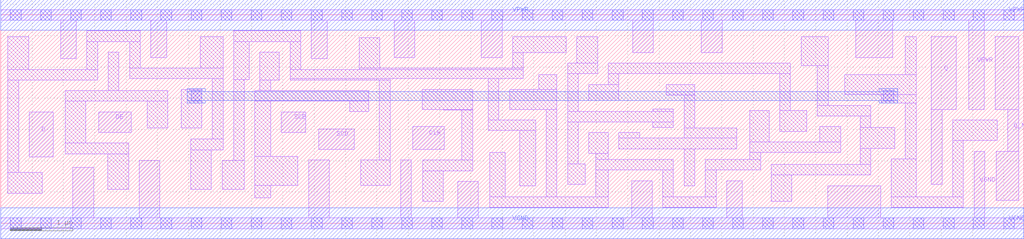
<source format=lef>
# Copyright 2020 The SkyWater PDK Authors
#
# Licensed under the Apache License, Version 2.0 (the "License");
# you may not use this file except in compliance with the License.
# You may obtain a copy of the License at
#
#     https://www.apache.org/licenses/LICENSE-2.0
#
# Unless required by applicable law or agreed to in writing, software
# distributed under the License is distributed on an "AS IS" BASIS,
# WITHOUT WARRANTIES OR CONDITIONS OF ANY KIND, either express or implied.
# See the License for the specific language governing permissions and
# limitations under the License.
#
# SPDX-License-Identifier: Apache-2.0

VERSION 5.7 ;
  NAMESCASESENSITIVE ON ;
  NOWIREEXTENSIONATPIN ON ;
  DIVIDERCHAR "/" ;
  BUSBITCHARS "[]" ;
UNITS
  DATABASE MICRONS 200 ;
END UNITS
MACRO sky130_fd_sc_hs__sedfxbp_1
  CLASS CORE ;
  SOURCE USER ;
  FOREIGN sky130_fd_sc_hs__sedfxbp_1 ;
  ORIGIN  0.000000  0.000000 ;
  SIZE  16.32000 BY  3.330000 ;
  SYMMETRY X Y ;
  SITE unit ;
  PIN D
    ANTENNAGATEAREA  0.159000 ;
    DIRECTION INPUT ;
    USE SIGNAL ;
    PORT
      LAYER li1 ;
        RECT 0.455000 1.060000 0.835000 1.780000 ;
    END
  END D
  PIN DE
    ANTENNAGATEAREA  0.318000 ;
    DIRECTION INPUT ;
    USE SIGNAL ;
    PORT
      LAYER li1 ;
        RECT 1.565000 1.450000 2.085000 1.780000 ;
    END
  END DE
  PIN Q
    ANTENNADIFFAREA  0.541300 ;
    DIRECTION OUTPUT ;
    USE SIGNAL ;
    PORT
      LAYER li1 ;
        RECT 14.845000 0.620000 15.015000 1.820000 ;
        RECT 14.845000 1.820000 15.240000 2.980000 ;
    END
  END Q
  PIN Q_N
    ANTENNADIFFAREA  0.541300 ;
    DIRECTION OUTPUT ;
    USE SIGNAL ;
    PORT
      LAYER li1 ;
        RECT 15.860000 1.820000 16.235000 2.980000 ;
        RECT 15.875000 0.370000 16.235000 1.150000 ;
        RECT 16.065000 1.150000 16.235000 1.820000 ;
    END
  END Q_N
  PIN SCD
    ANTENNAGATEAREA  0.159000 ;
    DIRECTION INPUT ;
    USE SIGNAL ;
    PORT
      LAYER li1 ;
        RECT 5.075000 1.180000 5.635000 1.510000 ;
    END
  END SCD
  PIN SCE
    ANTENNAGATEAREA  0.318000 ;
    DIRECTION INPUT ;
    USE SIGNAL ;
    PORT
      LAYER li1 ;
        RECT 4.475000 1.450000 4.865000 1.780000 ;
    END
  END SCE
  PIN CLK
    ANTENNAGATEAREA  0.279000 ;
    DIRECTION INPUT ;
    USE CLOCK ;
    PORT
      LAYER li1 ;
        RECT 6.575000 1.180000 7.075000 1.550000 ;
    END
  END CLK
  PIN VGND
    DIRECTION INOUT ;
    USE GROUND ;
    PORT
      LAYER li1 ;
        RECT  0.000000 -0.085000 16.320000 0.085000 ;
        RECT  1.150000  0.085000  1.480000 0.890000 ;
        RECT  2.210000  0.085000  2.540000 1.005000 ;
        RECT  4.910000  0.085000  5.240000 1.010000 ;
        RECT  6.380000  0.085000  6.550000 1.010000 ;
        RECT  7.290000  0.085000  7.620000 0.670000 ;
        RECT 10.065000  0.085000 10.390000 0.680000 ;
        RECT 11.580000  0.085000 11.830000 0.680000 ;
        RECT 13.190000  0.085000 14.035000 0.600000 ;
        RECT 15.525000  0.085000 15.695000 1.150000 ;
      LAYER mcon ;
        RECT  0.155000 -0.085000  0.325000 0.085000 ;
        RECT  0.635000 -0.085000  0.805000 0.085000 ;
        RECT  1.115000 -0.085000  1.285000 0.085000 ;
        RECT  1.595000 -0.085000  1.765000 0.085000 ;
        RECT  2.075000 -0.085000  2.245000 0.085000 ;
        RECT  2.555000 -0.085000  2.725000 0.085000 ;
        RECT  3.035000 -0.085000  3.205000 0.085000 ;
        RECT  3.515000 -0.085000  3.685000 0.085000 ;
        RECT  3.995000 -0.085000  4.165000 0.085000 ;
        RECT  4.475000 -0.085000  4.645000 0.085000 ;
        RECT  4.955000 -0.085000  5.125000 0.085000 ;
        RECT  5.435000 -0.085000  5.605000 0.085000 ;
        RECT  5.915000 -0.085000  6.085000 0.085000 ;
        RECT  6.395000 -0.085000  6.565000 0.085000 ;
        RECT  6.875000 -0.085000  7.045000 0.085000 ;
        RECT  7.355000 -0.085000  7.525000 0.085000 ;
        RECT  7.835000 -0.085000  8.005000 0.085000 ;
        RECT  8.315000 -0.085000  8.485000 0.085000 ;
        RECT  8.795000 -0.085000  8.965000 0.085000 ;
        RECT  9.275000 -0.085000  9.445000 0.085000 ;
        RECT  9.755000 -0.085000  9.925000 0.085000 ;
        RECT 10.235000 -0.085000 10.405000 0.085000 ;
        RECT 10.715000 -0.085000 10.885000 0.085000 ;
        RECT 11.195000 -0.085000 11.365000 0.085000 ;
        RECT 11.675000 -0.085000 11.845000 0.085000 ;
        RECT 12.155000 -0.085000 12.325000 0.085000 ;
        RECT 12.635000 -0.085000 12.805000 0.085000 ;
        RECT 13.115000 -0.085000 13.285000 0.085000 ;
        RECT 13.595000 -0.085000 13.765000 0.085000 ;
        RECT 14.075000 -0.085000 14.245000 0.085000 ;
        RECT 14.555000 -0.085000 14.725000 0.085000 ;
        RECT 15.035000 -0.085000 15.205000 0.085000 ;
        RECT 15.515000 -0.085000 15.685000 0.085000 ;
        RECT 15.995000 -0.085000 16.165000 0.085000 ;
      LAYER met1 ;
        RECT 0.000000 -0.245000 16.320000 0.245000 ;
    END
  END VGND
  PIN VPWR
    DIRECTION INOUT ;
    USE POWER ;
    PORT
      LAYER li1 ;
        RECT  0.000000 3.245000 16.320000 3.415000 ;
        RECT  0.955000 2.630000  1.205000 3.245000 ;
        RECT  2.395000 2.650000  2.645000 3.245000 ;
        RECT  4.955000 2.630000  5.205000 3.245000 ;
        RECT  6.275000 2.650000  6.605000 3.245000 ;
        RECT  7.665000 2.650000  7.995000 3.245000 ;
        RECT 10.080000 2.730000 10.410000 3.245000 ;
        RECT 11.175000 2.730000 11.505000 3.245000 ;
        RECT 13.640000 2.650000 14.230000 3.245000 ;
        RECT 15.440000 1.820000 15.690000 3.245000 ;
      LAYER mcon ;
        RECT  0.155000 3.245000  0.325000 3.415000 ;
        RECT  0.635000 3.245000  0.805000 3.415000 ;
        RECT  1.115000 3.245000  1.285000 3.415000 ;
        RECT  1.595000 3.245000  1.765000 3.415000 ;
        RECT  2.075000 3.245000  2.245000 3.415000 ;
        RECT  2.555000 3.245000  2.725000 3.415000 ;
        RECT  3.035000 3.245000  3.205000 3.415000 ;
        RECT  3.515000 3.245000  3.685000 3.415000 ;
        RECT  3.995000 3.245000  4.165000 3.415000 ;
        RECT  4.475000 3.245000  4.645000 3.415000 ;
        RECT  4.955000 3.245000  5.125000 3.415000 ;
        RECT  5.435000 3.245000  5.605000 3.415000 ;
        RECT  5.915000 3.245000  6.085000 3.415000 ;
        RECT  6.395000 3.245000  6.565000 3.415000 ;
        RECT  6.875000 3.245000  7.045000 3.415000 ;
        RECT  7.355000 3.245000  7.525000 3.415000 ;
        RECT  7.835000 3.245000  8.005000 3.415000 ;
        RECT  8.315000 3.245000  8.485000 3.415000 ;
        RECT  8.795000 3.245000  8.965000 3.415000 ;
        RECT  9.275000 3.245000  9.445000 3.415000 ;
        RECT  9.755000 3.245000  9.925000 3.415000 ;
        RECT 10.235000 3.245000 10.405000 3.415000 ;
        RECT 10.715000 3.245000 10.885000 3.415000 ;
        RECT 11.195000 3.245000 11.365000 3.415000 ;
        RECT 11.675000 3.245000 11.845000 3.415000 ;
        RECT 12.155000 3.245000 12.325000 3.415000 ;
        RECT 12.635000 3.245000 12.805000 3.415000 ;
        RECT 13.115000 3.245000 13.285000 3.415000 ;
        RECT 13.595000 3.245000 13.765000 3.415000 ;
        RECT 14.075000 3.245000 14.245000 3.415000 ;
        RECT 14.555000 3.245000 14.725000 3.415000 ;
        RECT 15.035000 3.245000 15.205000 3.415000 ;
        RECT 15.515000 3.245000 15.685000 3.415000 ;
        RECT 15.995000 3.245000 16.165000 3.415000 ;
      LAYER met1 ;
        RECT 0.000000 3.085000 16.320000 3.575000 ;
    END
  END VPWR
  OBS
    LAYER li1 ;
      RECT  0.115000 0.480000  0.660000 0.810000 ;
      RECT  0.115000 0.810000  0.285000 2.290000 ;
      RECT  0.115000 2.290000  1.545000 2.460000 ;
      RECT  0.115000 2.460000  0.445000 2.980000 ;
      RECT  1.025000 1.110000  2.040000 1.280000 ;
      RECT  1.025000 1.280000  1.355000 1.950000 ;
      RECT  1.025000 1.950000  2.665000 2.120000 ;
      RECT  1.375000 2.460000  1.545000 2.905000 ;
      RECT  1.375000 2.905000  2.225000 3.075000 ;
      RECT  1.710000 0.545000  2.040000 1.110000 ;
      RECT  1.715000 2.120000  1.885000 2.735000 ;
      RECT  2.055000 2.310000  3.545000 2.480000 ;
      RECT  2.055000 2.480000  2.225000 2.905000 ;
      RECT  2.335000 1.525000  2.665000 1.950000 ;
      RECT  2.875000 1.525000  3.205000 2.140000 ;
      RECT  3.030000 0.545000  3.360000 1.175000 ;
      RECT  3.030000 1.175000  3.545000 1.345000 ;
      RECT  3.185000 2.480000  3.545000 2.980000 ;
      RECT  3.375000 1.345000  3.545000 2.310000 ;
      RECT  3.530000 0.545000  3.885000 1.005000 ;
      RECT  3.715000 1.005000  3.885000 2.300000 ;
      RECT  3.715000 2.300000  3.965000 2.905000 ;
      RECT  3.715000 2.905000  4.785000 3.075000 ;
      RECT  4.055000 0.410000  4.305000 0.605000 ;
      RECT  4.055000 0.605000  4.740000 1.065000 ;
      RECT  4.055000 1.065000  4.305000 1.950000 ;
      RECT  4.055000 1.950000  5.870000 2.120000 ;
      RECT  4.135000 2.120000  4.305000 2.290000 ;
      RECT  4.135000 2.290000  4.445000 2.735000 ;
      RECT  4.615000 2.290000  6.210000 2.310000 ;
      RECT  4.615000 2.310000  8.335000 2.460000 ;
      RECT  4.615000 2.460000  4.785000 2.905000 ;
      RECT  5.565000 1.790000  5.870000 1.950000 ;
      RECT  5.715000 2.460000  8.335000 2.480000 ;
      RECT  5.715000 2.480000  6.045000 2.970000 ;
      RECT  5.740000 0.605000  6.210000 1.010000 ;
      RECT  6.040000 1.010000  6.210000 2.290000 ;
      RECT  6.725000 1.820000  7.525000 2.140000 ;
      RECT  6.730000 0.350000  7.060000 0.840000 ;
      RECT  6.730000 0.840000  7.525000 1.010000 ;
      RECT  7.055000 1.810000  7.525000 1.820000 ;
      RECT  7.355000 1.010000  7.525000 1.810000 ;
      RECT  7.775000 1.480000  8.530000 1.650000 ;
      RECT  7.775000 1.650000  7.945000 2.310000 ;
      RECT  7.800000 0.255000  9.690000 0.425000 ;
      RECT  7.800000 0.425000  8.050000 1.130000 ;
      RECT  8.115000 1.820000  8.870000 2.140000 ;
      RECT  8.165000 2.480000  8.335000 2.730000 ;
      RECT  8.165000 2.730000  9.020000 2.980000 ;
      RECT  8.280000 0.595000  8.530000 1.480000 ;
      RECT  8.585000 2.140000  8.870000 2.380000 ;
      RECT  8.700000 0.425000  8.870000 1.820000 ;
      RECT  9.040000 0.620000  9.320000 0.950000 ;
      RECT  9.040000 0.950000  9.210000 1.620000 ;
      RECT  9.040000 1.620000 10.730000 1.790000 ;
      RECT  9.040000 1.790000  9.210000 2.390000 ;
      RECT  9.040000 2.390000  9.520000 2.560000 ;
      RECT  9.190000 2.560000  9.520000 2.980000 ;
      RECT  9.380000 1.120000  9.690000 1.450000 ;
      RECT  9.380000 1.960000  9.860000 2.220000 ;
      RECT  9.490000 0.425000  9.690000 0.850000 ;
      RECT  9.490000 0.850000 10.730000 1.020000 ;
      RECT  9.490000 1.020000  9.690000 1.120000 ;
      RECT  9.690000 2.220000  9.860000 2.390000 ;
      RECT  9.690000 2.390000 12.595000 2.560000 ;
      RECT  9.860000 1.190000 11.740000 1.360000 ;
      RECT  9.860000 1.360000 10.190000 1.450000 ;
      RECT 10.400000 1.530000 10.730000 1.620000 ;
      RECT 10.400000 1.790000 10.730000 1.830000 ;
      RECT 10.560000 0.255000 11.410000 0.425000 ;
      RECT 10.560000 0.425000 10.730000 0.850000 ;
      RECT 10.615000 2.050000 11.070000 2.220000 ;
      RECT 10.900000 0.595000 11.070000 1.190000 ;
      RECT 10.900000 1.360000 11.740000 1.520000 ;
      RECT 10.900000 1.520000 11.070000 2.050000 ;
      RECT 11.240000 0.425000 11.410000 0.850000 ;
      RECT 11.240000 0.850000 12.120000 1.020000 ;
      RECT 11.950000 1.020000 12.120000 1.130000 ;
      RECT 11.950000 1.130000 13.395000 1.300000 ;
      RECT 11.950000 1.300000 12.255000 1.800000 ;
      RECT 12.290000 0.350000 12.620000 0.770000 ;
      RECT 12.290000 0.770000 13.875000 0.940000 ;
      RECT 12.425000 1.470000 12.855000 1.800000 ;
      RECT 12.425000 1.800000 12.595000 2.390000 ;
      RECT 12.765000 2.520000 13.195000 2.980000 ;
      RECT 13.025000 1.715000 13.875000 1.885000 ;
      RECT 13.025000 1.885000 13.195000 2.520000 ;
      RECT 13.065000 1.300000 13.395000 1.545000 ;
      RECT 13.460000 2.055000 14.600000 2.380000 ;
      RECT 13.705000 0.940000 13.875000 1.200000 ;
      RECT 13.705000 1.200000 14.260000 1.530000 ;
      RECT 13.705000 1.530000 13.875000 1.715000 ;
      RECT 14.045000 1.920000 14.600000 2.055000 ;
      RECT 14.205000 0.255000 15.355000 0.425000 ;
      RECT 14.205000 0.425000 14.600000 1.030000 ;
      RECT 14.430000 1.030000 14.600000 1.920000 ;
      RECT 14.430000 2.380000 14.600000 2.980000 ;
      RECT 15.185000 0.425000 15.355000 1.320000 ;
      RECT 15.185000 1.320000 15.895000 1.650000 ;
    LAYER mcon ;
      RECT  3.035000 1.950000  3.205000 2.120000 ;
      RECT 14.075000 1.950000 14.245000 2.120000 ;
    LAYER met1 ;
      RECT  2.975000 1.920000  3.265000 1.965000 ;
      RECT  2.975000 1.965000 14.305000 2.105000 ;
      RECT  2.975000 2.105000  3.265000 2.150000 ;
      RECT 14.015000 1.920000 14.305000 1.965000 ;
      RECT 14.015000 2.105000 14.305000 2.150000 ;
  END
END sky130_fd_sc_hs__sedfxbp_1

</source>
